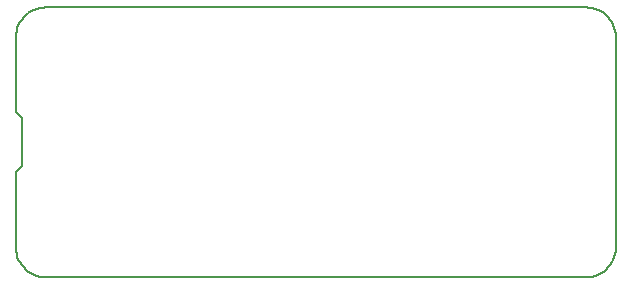
<source format=gbr>
G04 DipTrace 3.0.0.0*
G04 BoardOutline.gbr*
%MOIN*%
G04 #@! TF.FileFunction,Profile*
G04 #@! TF.Part,Single*
%ADD11C,0.005512*%
%FSLAX26Y26*%
G04*
G70*
G90*
G75*
G01*
G04 BoardOutline*
%LPD*%
X394016Y494016D2*
D11*
X394563Y483563D1*
X396201Y473224D1*
X398909Y463114D1*
X402661Y453343D1*
X407413Y444016D1*
X413114Y435238D1*
X419701Y427102D1*
X427102Y419701D1*
X435238Y413114D1*
X444016Y407413D1*
X453343Y402661D1*
X463114Y398911D1*
X473224Y396201D1*
X483563Y394563D1*
X494016Y394016D1*
X2294016D1*
X2304469Y394564D1*
X2314807Y396201D1*
X2324917Y398911D1*
X2334689Y402661D1*
X2344016Y407413D1*
X2352794Y413114D1*
X2360929Y419702D1*
X2368331Y427102D1*
X2374917Y435238D1*
X2380619Y444016D1*
X2385371Y453343D1*
X2389122Y463114D1*
X2391832Y473224D1*
X2393470Y483563D1*
X2394016Y494016D1*
Y1194016D1*
X2393467Y1204469D1*
X2391831Y1214807D1*
X2389121Y1224917D1*
X2385370Y1234689D1*
X2380618Y1244016D1*
X2374917Y1252794D1*
X2368329Y1260929D1*
X2360929Y1268331D1*
X2352794Y1274917D1*
X2344016Y1280619D1*
X2334689Y1285371D1*
X2324917Y1289122D1*
X2314807Y1291832D1*
X2304469Y1293470D1*
X2294016Y1294016D1*
X494016D1*
X483563Y1293469D1*
X473224Y1291831D1*
X463114Y1289122D1*
X453343Y1285370D1*
X444016Y1280618D1*
X435238Y1274917D1*
X427102Y1268331D1*
X419701Y1260929D1*
X413114Y1252794D1*
X407413Y1244016D1*
X402661Y1234689D1*
X398911Y1224917D1*
X396201Y1214807D1*
X394563Y1204469D1*
X394016Y1194016D1*
Y944016D1*
X414016Y924016D1*
Y764016D1*
X394016Y744016D1*
Y494016D1*
M02*

</source>
